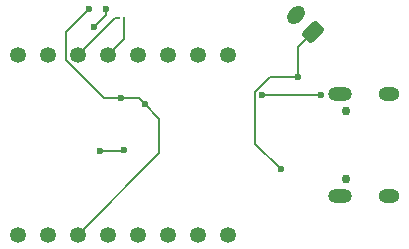
<source format=gbl>
G04 #@! TF.GenerationSoftware,KiCad,Pcbnew,9.0.1*
G04 #@! TF.CreationDate,2025-10-21T12:51:46+03:00*
G04 #@! TF.ProjectId,Twyst-Hardware,54777973-742d-4486-9172-64776172652e,rev?*
G04 #@! TF.SameCoordinates,Original*
G04 #@! TF.FileFunction,Copper,L2,Bot*
G04 #@! TF.FilePolarity,Positive*
%FSLAX46Y46*%
G04 Gerber Fmt 4.6, Leading zero omitted, Abs format (unit mm)*
G04 Created by KiCad (PCBNEW 9.0.1) date 2025-10-21 12:51:46*
%MOMM*%
%LPD*%
G01*
G04 APERTURE LIST*
G04 Aperture macros list*
%AMRoundRect*
0 Rectangle with rounded corners*
0 $1 Rounding radius*
0 $2 $3 $4 $5 $6 $7 $8 $9 X,Y pos of 4 corners*
0 Add a 4 corners polygon primitive as box body*
4,1,4,$2,$3,$4,$5,$6,$7,$8,$9,$2,$3,0*
0 Add four circle primitives for the rounded corners*
1,1,$1+$1,$2,$3*
1,1,$1+$1,$4,$5*
1,1,$1+$1,$6,$7*
1,1,$1+$1,$8,$9*
0 Add four rect primitives between the rounded corners*
20,1,$1+$1,$2,$3,$4,$5,0*
20,1,$1+$1,$4,$5,$6,$7,0*
20,1,$1+$1,$6,$7,$8,$9,0*
20,1,$1+$1,$8,$9,$2,$3,0*%
%AMHorizOval*
0 Thick line with rounded ends*
0 $1 width*
0 $2 $3 position (X,Y) of the first rounded end (center of the circle)*
0 $4 $5 position (X,Y) of the second rounded end (center of the circle)*
0 Add line between two ends*
20,1,$1,$2,$3,$4,$5,0*
0 Add two circle primitives to create the rounded ends*
1,1,$1,$2,$3*
1,1,$1,$4,$5*%
G04 Aperture macros list end*
G04 #@! TA.AperFunction,ComponentPad*
%ADD10C,0.750000*%
G04 #@! TD*
G04 #@! TA.AperFunction,ComponentPad*
%ADD11O,2.000000X1.200000*%
G04 #@! TD*
G04 #@! TA.AperFunction,ComponentPad*
%ADD12O,1.800000X1.200000*%
G04 #@! TD*
G04 #@! TA.AperFunction,ComponentPad*
%ADD13RoundRect,0.250000X0.689429X0.194454X0.194454X0.689429X-0.689429X-0.194454X-0.194454X-0.689429X0*%
G04 #@! TD*
G04 #@! TA.AperFunction,ComponentPad*
%ADD14HorizOval,1.200000X0.194454X0.194454X-0.194454X-0.194454X0*%
G04 #@! TD*
G04 #@! TA.AperFunction,ComponentPad*
%ADD15C,1.348000*%
G04 #@! TD*
G04 #@! TA.AperFunction,ViaPad*
%ADD16C,0.600000*%
G04 #@! TD*
G04 #@! TA.AperFunction,ViaPad*
%ADD17C,0.200000*%
G04 #@! TD*
G04 #@! TA.AperFunction,Conductor*
%ADD18C,0.200000*%
G04 #@! TD*
G04 APERTURE END LIST*
D10*
G04 #@! TO.P,USBC1,*
G04 #@! TO.N,*
X163260000Y-107900000D03*
X163260000Y-102100000D03*
D11*
G04 #@! TO.P,USBC1,1,EH*
G04 #@! TO.N,unconnected-(USBC1-EH-Pad1)*
X162760000Y-100670000D03*
D12*
G04 #@! TO.P,USBC1,2,EH*
G04 #@! TO.N,unconnected-(USBC1-EH-Pad2)*
X166940000Y-100670000D03*
G04 #@! TO.P,USBC1,3,EH*
G04 #@! TO.N,unconnected-(USBC1-EH-Pad3)*
X166940000Y-109330000D03*
D11*
G04 #@! TO.P,USBC1,4,EH*
G04 #@! TO.N,unconnected-(USBC1-EH-Pad4)*
X162760000Y-109330000D03*
G04 #@! TD*
D13*
G04 #@! TO.P,J1,1,Pin_1*
G04 #@! TO.N,VBAT*
X160474696Y-95439519D03*
D14*
G04 #@! TO.P,J1,2,Pin_2*
G04 #@! TO.N,GND*
X159060482Y-94025305D03*
G04 #@! TD*
D15*
G04 #@! TO.P,U6,5V,5V*
G04 #@! TO.N,unconnected-(U6-Pad5V)*
X135500000Y-112620000D03*
G04 #@! TO.P,U6,G,GND*
G04 #@! TO.N,GND*
X138040000Y-112620000D03*
G04 #@! TO.P,U6,3.3,3V3*
G04 #@! TO.N,+3.3V*
X140580000Y-112620000D03*
G04 #@! TO.P,U6,4,GPIO4*
G04 #@! TO.N,unconnected-(U6-GPIO4-Pad4)*
X143120000Y-112620000D03*
G04 #@! TO.P,U6,3,GPIO3*
G04 #@! TO.N,unconnected-(U6-GPIO3-Pad3)*
X145660000Y-112620000D03*
G04 #@! TO.P,U6,2,GPIO2*
G04 #@! TO.N,unconnected-(U6-GPIO2-Pad2)*
X148200000Y-112620000D03*
G04 #@! TO.P,U6,1,GPIO1*
G04 #@! TO.N,unconnected-(U6-GPIO1-Pad1)*
X150740000Y-112620000D03*
G04 #@! TO.P,U6,0,GPIO0*
G04 #@! TO.N,unconnected-(U6-GPIO0-Pad0)*
X153280000Y-112620000D03*
G04 #@! TO.P,U6,21,GPIO21*
G04 #@! TO.N,unconnected-(U6-GPIO21-Pad21)*
X153280000Y-97380000D03*
G04 #@! TO.P,U6,20,GPIO20*
G04 #@! TO.N,unconnected-(U6-GPIO20-Pad20)*
X150740000Y-97380000D03*
G04 #@! TO.P,U6,10,GPIO10*
G04 #@! TO.N,Net-(U4-INT1{slash}INT)*
X148200000Y-97380000D03*
G04 #@! TO.P,U6,9,GPIO9*
G04 #@! TO.N,Net-(U4-AP_SCL{slash}AP_SCLK)*
X145660000Y-97380000D03*
G04 #@! TO.P,U6,8,GPIO8*
G04 #@! TO.N,Net-(U4-AP_SDA{slash}AP_SDIO{slash}AP_SDI)*
X143120000Y-97380000D03*
G04 #@! TO.P,U6,7,GPIO7*
G04 #@! TO.N,Net-(U5-DRY)*
X140580000Y-97380000D03*
G04 #@! TO.P,U6,6,GPIO6*
G04 #@! TO.N,unconnected-(U6-GPIO6-Pad6)*
X138040000Y-97380000D03*
G04 #@! TO.P,U6,5,GPIO5*
G04 #@! TO.N,unconnected-(U6-GPIO5-Pad5)*
X135500000Y-97380000D03*
G04 #@! TD*
D16*
G04 #@! TO.N,+3.3V*
X141500000Y-93500000D03*
G04 #@! TO.N,GND*
X143000000Y-93500000D03*
X142000000Y-95000000D03*
D17*
G04 #@! TO.N,Net-(U4-AP_SDA{slash}AP_SDIO{slash}AP_SDI)*
X144482050Y-94200000D03*
G04 #@! TO.N,Net-(U5-DRY)*
X144080000Y-94200000D03*
D16*
G04 #@! TO.N,GND*
X144500000Y-105400000D03*
X142500000Y-105500000D03*
G04 #@! TO.N,+3.3V*
X146250000Y-101500000D03*
X144250000Y-101000000D03*
G04 #@! TO.N,GND*
X156220000Y-100750000D03*
X161220000Y-100750000D03*
G04 #@! TO.N,VBAT*
X157750000Y-107000000D03*
X159250000Y-99250000D03*
G04 #@! TD*
D18*
G04 #@! TO.N,+3.3V*
X139605000Y-95395000D02*
X141500000Y-93500000D01*
X142821141Y-101000000D02*
X139605000Y-97783859D01*
X139605000Y-97783859D02*
X139605000Y-95395000D01*
X144250000Y-101000000D02*
X142821141Y-101000000D01*
G04 #@! TO.N,GND*
X143000000Y-93500000D02*
X143000000Y-94000000D01*
X143000000Y-94000000D02*
X142000000Y-95000000D01*
G04 #@! TO.N,Net-(U4-AP_SDA{slash}AP_SDIO{slash}AP_SDI)*
X144482050Y-94200000D02*
X144482050Y-96017950D01*
X144482050Y-96017950D02*
X143120000Y-97380000D01*
G04 #@! TO.N,Net-(U5-DRY)*
X144080000Y-94200000D02*
X143760000Y-94200000D01*
X143760000Y-94200000D02*
X140580000Y-97380000D01*
G04 #@! TO.N,GND*
X144400000Y-105500000D02*
X144500000Y-105400000D01*
X142500000Y-105500000D02*
X144400000Y-105500000D01*
G04 #@! TO.N,+3.3V*
X140580000Y-112620000D02*
X147500000Y-105700000D01*
X147500000Y-102750000D02*
X146250000Y-101500000D01*
X147500000Y-105700000D02*
X147500000Y-102750000D01*
X144250000Y-101000000D02*
X145750000Y-101000000D01*
X145750000Y-101000000D02*
X146250000Y-101500000D01*
G04 #@! TO.N,GND*
X161220000Y-100750000D02*
X156220000Y-100750000D01*
G04 #@! TO.N,VBAT*
X157750000Y-107000000D02*
X155619000Y-104869000D01*
X155619000Y-100501057D02*
X156870057Y-99250000D01*
X156870057Y-99250000D02*
X159250000Y-99250000D01*
X159250000Y-99250000D02*
X159250000Y-96664215D01*
X159250000Y-96664215D02*
X160474696Y-95439519D01*
X155619000Y-104869000D02*
X155619000Y-100501057D01*
G04 #@! TD*
M02*

</source>
